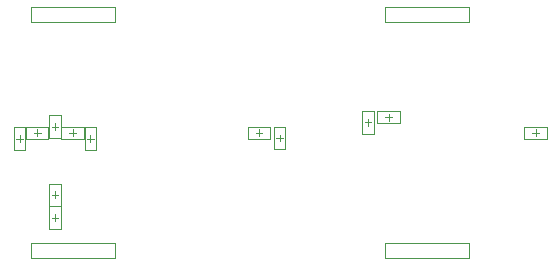
<source format=gbr>
G04*
G04 #@! TF.GenerationSoftware,Altium Limited,Altium Designer,24.9.1 (31)*
G04*
G04 Layer_Color=8388736*
%FSLAX25Y25*%
%MOIN*%
G70*
G04*
G04 #@! TF.SameCoordinates,BE83DA22-E0C5-4DDF-BF2C-7847B46FCBB1*
G04*
G04*
G04 #@! TF.FilePolarity,Positive*
G04*
G01*
G75*
%ADD14C,0.00394*%
%ADD61C,0.00197*%
D14*
X261729Y64173D02*
X263895D01*
X262812Y63090D02*
Y65256D01*
X255906Y61358D02*
Y63524D01*
X254823Y62441D02*
X256988D01*
X226434Y56240D02*
Y58406D01*
X225352Y57323D02*
X227517D01*
X218445Y59055D02*
X220611D01*
X219528Y57972D02*
Y60138D01*
X310728Y59055D02*
X312894D01*
X311811Y57972D02*
Y60138D01*
X162303Y57087D02*
X164469D01*
X163386Y56004D02*
Y58169D01*
X157480Y57972D02*
Y60138D01*
X156398Y59055D02*
X158563D01*
X150492Y61024D02*
X152657D01*
X151575Y59941D02*
Y62106D01*
X150492Y38346D02*
X152657D01*
X151575Y37264D02*
Y39429D01*
X150492Y30709D02*
X152657D01*
X151575Y29626D02*
Y31791D01*
X145669Y57972D02*
Y60138D01*
X144587Y59055D02*
X146752D01*
X138681Y57087D02*
X140847D01*
X139764Y56004D02*
Y58169D01*
D61*
X259072Y62205D02*
Y66142D01*
X266552Y62205D02*
Y66142D01*
X259072D02*
X266552D01*
X259072Y62205D02*
X266552D01*
X253937Y58701D02*
X257874D01*
X253937Y66181D02*
X257874D01*
X253937Y58701D02*
Y66181D01*
X257874Y58701D02*
Y66181D01*
X224466Y53583D02*
X228403D01*
X224466Y61063D02*
X228403D01*
X224466Y53583D02*
Y61063D01*
X228403Y53583D02*
Y61063D01*
X215788Y57087D02*
Y61024D01*
X223268Y57087D02*
Y61024D01*
X215788D02*
X223268D01*
X215788Y57087D02*
X223268D01*
X143504Y17126D02*
X171457D01*
X143504D02*
Y22244D01*
X171457D01*
Y17126D02*
Y22244D01*
X308071Y57087D02*
Y61024D01*
X315551Y57087D02*
Y61024D01*
X308071D02*
X315551D01*
X308071Y57087D02*
X315551D01*
X171457Y95866D02*
Y100984D01*
X143504D02*
X171457D01*
X143504Y95866D02*
Y100984D01*
Y95866D02*
X171457D01*
X289567D02*
Y100984D01*
X261614D02*
X289567D01*
X261614Y95866D02*
Y100984D01*
Y95866D02*
X289567D01*
Y17126D02*
Y22244D01*
X261614D02*
X289567D01*
X261614Y17126D02*
Y22244D01*
Y17126D02*
X289567D01*
X165354Y53347D02*
Y60827D01*
X161417Y53347D02*
Y60827D01*
X165354D01*
X161417Y53347D02*
X165354D01*
X153740Y61024D02*
X161221D01*
X153740Y57087D02*
X161221D01*
X153740D02*
Y61024D01*
X161221Y57087D02*
Y61024D01*
X153543Y57284D02*
Y64764D01*
X149606Y57284D02*
Y64764D01*
X153543D01*
X149606Y57284D02*
X153543D01*
X149606Y34606D02*
Y42087D01*
X153543Y34606D02*
Y42087D01*
X149606Y34606D02*
X153543D01*
X149606Y42087D02*
X153543D01*
X149606Y26969D02*
Y34449D01*
X153543Y26969D02*
Y34449D01*
X149606Y26969D02*
X153543D01*
X149606Y34449D02*
X153543D01*
X141929Y61024D02*
X149409D01*
X141929Y57087D02*
X149409D01*
X141929D02*
Y61024D01*
X149409Y57087D02*
Y61024D01*
X141732Y53347D02*
Y60827D01*
X137795Y53347D02*
Y60827D01*
X141732D01*
X137795Y53347D02*
X141732D01*
M02*

</source>
